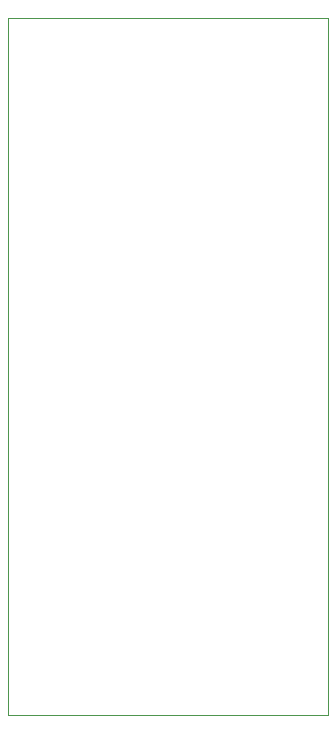
<source format=gbr>
G04 #@! TF.GenerationSoftware,KiCad,Pcbnew,(5.1.4-0-10_14)*
G04 #@! TF.CreationDate,2020-02-21T17:32:28+01:00*
G04 #@! TF.ProjectId,mood_lamp,6d6f6f64-5f6c-4616-9d70-2e6b69636164,rev?*
G04 #@! TF.SameCoordinates,PX2436c08PY18772f0*
G04 #@! TF.FileFunction,Profile,NP*
%FSLAX46Y46*%
G04 Gerber Fmt 4.6, Leading zero omitted, Abs format (unit mm)*
G04 Created by KiCad (PCBNEW (5.1.4-0-10_14)) date 2020-02-21 17:32:28*
%MOMM*%
%LPD*%
G04 APERTURE LIST*
%ADD10C,0.050000*%
G04 APERTURE END LIST*
D10*
X0Y-59055000D02*
X127000Y-59055000D01*
X0Y0D02*
X0Y-59055000D01*
X127000Y0D02*
X0Y0D01*
X27051000Y0D02*
X127000Y0D01*
X27051000Y-59055000D02*
X27051000Y0D01*
X127000Y-59055000D02*
X27051000Y-59055000D01*
M02*

</source>
